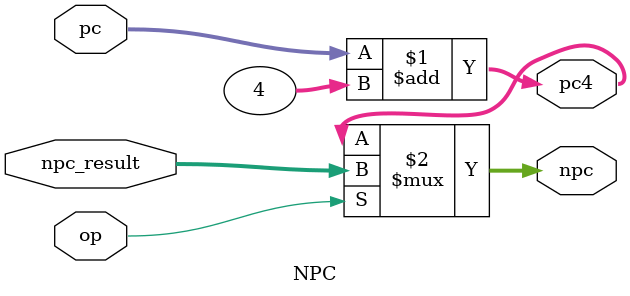
<source format=v>
`timescale 1ns / 1ps

`include "param.v"

module NPC (
    input wire op,
    input wire [31:0] pc,
    input wire [31:0] npc_result,
    output wire [31:0] npc,
    output wire [31:0] pc4
);

assign pc4 = pc + 4;

//op=1ÏÂÒ»ÌõÖ¸ÁîµØÖ·Ñ¡Ôñpc+imm»òÕßrd1+imm»òÕßpc+imm
assign npc = op ? npc_result : pc4;

endmodule
</source>
